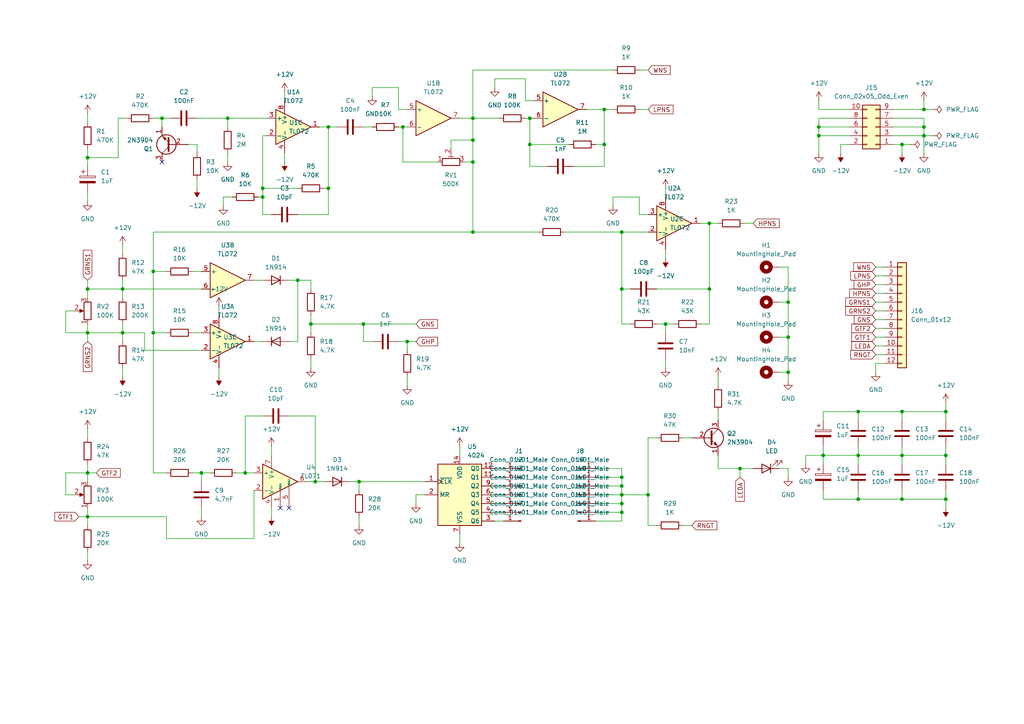
<source format=kicad_sch>
(kicad_sch (version 20230121) (generator eeschema)
  (paper "A4")
  (junction (at 66.04 34.29))
  (junction (at 35.56 96.52))
  (junction (at 180.34 140.97))
  (junction (at 105.41 93.98))
  (junction (at 95.25 54.61))
  (junction (at 44.45 78.74))
  (junction (at 267.97 36.83))
  (junction (at 205.74 83.82))
  (junction (at 180.34 148.59))
  (junction (at 261.62 144.78))
  (junction (at 267.97 31.75))
  (junction (at 25.4 83.82))
  (junction (at 25.4 137.16))
  (junction (at 228.6 107.95))
  (junction (at 175.26 31.75))
  (junction (at 228.6 97.79))
  (junction (at 274.32 119.38))
  (junction (at 248.92 144.78))
  (junction (at 180.34 143.51))
  (junction (at 137.16 34.29))
  (junction (at 71.12 137.16))
  (junction (at 267.97 39.37))
  (junction (at 248.92 119.38))
  (junction (at 104.14 139.7))
  (junction (at 193.04 93.98))
  (junction (at 137.16 67.31))
  (junction (at 46.99 34.29))
  (junction (at 248.92 132.08))
  (junction (at 180.34 146.05))
  (junction (at 76.2 57.15))
  (junction (at 228.6 87.63))
  (junction (at 153.67 34.29))
  (junction (at 175.26 41.91))
  (junction (at 238.76 132.08))
  (junction (at 35.56 83.82))
  (junction (at 274.32 132.08))
  (junction (at 76.2 54.61))
  (junction (at 180.34 67.31))
  (junction (at 118.11 99.06))
  (junction (at 261.62 132.08))
  (junction (at 25.4 96.52))
  (junction (at 153.67 41.91))
  (junction (at 205.74 64.77))
  (junction (at 237.49 39.37))
  (junction (at 187.96 143.51))
  (junction (at 261.62 41.91))
  (junction (at 274.32 144.78))
  (junction (at 95.25 36.83))
  (junction (at 237.49 36.83))
  (junction (at 214.63 135.89))
  (junction (at 25.4 149.86))
  (junction (at 25.4 45.72))
  (junction (at 137.16 40.64))
  (junction (at 261.62 119.38))
  (junction (at 116.84 36.83))
  (junction (at 90.17 93.98))
  (junction (at 58.42 137.16))
  (junction (at 180.34 138.43))
  (junction (at 137.16 46.99))
  (junction (at 86.36 81.28))
  (junction (at 44.45 96.52))
  (junction (at 91.44 139.7))
  (junction (at 180.34 83.82))
  (no_connect (at 83.82 147.32))
  (no_connect (at 46.99 46.99))
  (no_connect (at 81.28 147.32))
  (wire (pts (xy 187.96 152.4) (xy 190.5 152.4)))
  (wire (pts (xy 133.35 129.54) (xy 133.35 132.08)))
  (wire (pts (xy 193.04 104.14) (xy 193.04 106.68)))
  (wire (pts (xy 73.66 142.24) (xy 73.66 156.21)))
  (wire (pts (xy 215.9 64.77) (xy 218.44 64.77)))
  (wire (pts (xy 237.49 39.37) (xy 237.49 44.45)))
  (wire (pts (xy 82.55 44.45) (xy 82.55 46.99)))
  (wire (pts (xy 104.14 142.24) (xy 104.14 139.7)))
  (wire (pts (xy 185.42 31.75) (xy 187.96 31.75)))
  (wire (pts (xy 153.67 41.91) (xy 165.1 41.91)))
  (wire (pts (xy 172.72 41.91) (xy 175.26 41.91)))
  (wire (pts (xy 137.16 34.29) (xy 133.35 34.29)))
  (wire (pts (xy 274.32 132.08) (xy 274.32 134.62)))
  (wire (pts (xy 134.62 46.99) (xy 137.16 46.99)))
  (wire (pts (xy 254 87.63) (xy 256.54 87.63)))
  (wire (pts (xy 153.67 34.29) (xy 154.94 34.29)))
  (wire (pts (xy 274.32 142.24) (xy 274.32 144.78)))
  (wire (pts (xy 143.51 151.13) (xy 146.05 151.13)))
  (wire (pts (xy 203.2 93.98) (xy 205.74 93.98)))
  (wire (pts (xy 25.4 43.18) (xy 25.4 45.72)))
  (wire (pts (xy 226.06 107.95) (xy 228.6 107.95)))
  (wire (pts (xy 34.29 34.29) (xy 34.29 45.72)))
  (wire (pts (xy 175.26 41.91) (xy 175.26 31.75)))
  (wire (pts (xy 58.42 101.6) (xy 41.91 101.6)))
  (wire (pts (xy 46.99 34.29) (xy 49.53 34.29)))
  (wire (pts (xy 198.12 127) (xy 200.66 127)))
  (wire (pts (xy 261.62 41.91) (xy 264.16 41.91)))
  (wire (pts (xy 208.28 109.22) (xy 208.28 111.76)))
  (wire (pts (xy 116.84 46.99) (xy 116.84 36.83)))
  (wire (pts (xy 180.34 93.98) (xy 180.34 83.82)))
  (wire (pts (xy 261.62 119.38) (xy 248.92 119.38)))
  (wire (pts (xy 254 77.47) (xy 256.54 77.47)))
  (wire (pts (xy 25.4 124.46) (xy 25.4 127)))
  (wire (pts (xy 153.67 41.91) (xy 153.67 34.29)))
  (wire (pts (xy 228.6 77.47) (xy 226.06 77.47)))
  (wire (pts (xy 274.32 119.38) (xy 274.32 121.92)))
  (wire (pts (xy 228.6 97.79) (xy 228.6 87.63)))
  (wire (pts (xy 246.38 34.29) (xy 237.49 34.29)))
  (wire (pts (xy 143.51 146.05) (xy 146.05 146.05)))
  (wire (pts (xy 86.36 62.23) (xy 95.25 62.23)))
  (wire (pts (xy 73.66 81.28) (xy 76.2 81.28)))
  (wire (pts (xy 198.12 152.4) (xy 200.66 152.4)))
  (wire (pts (xy 22.86 149.86) (xy 25.4 149.86)))
  (wire (pts (xy 95.25 62.23) (xy 95.25 54.61)))
  (wire (pts (xy 123.19 143.51) (xy 120.65 143.51)))
  (wire (pts (xy 133.35 154.94) (xy 133.35 157.48)))
  (wire (pts (xy 137.16 46.99) (xy 137.16 40.64)))
  (wire (pts (xy 254 97.79) (xy 256.54 97.79)))
  (wire (pts (xy 57.15 52.07) (xy 57.15 54.61)))
  (wire (pts (xy 25.4 45.72) (xy 34.29 45.72)))
  (wire (pts (xy 261.62 41.91) (xy 261.62 44.45)))
  (wire (pts (xy 172.72 135.89) (xy 180.34 135.89)))
  (wire (pts (xy 226.06 135.89) (xy 228.6 135.89)))
  (wire (pts (xy 67.31 57.15) (xy 64.77 57.15)))
  (wire (pts (xy 46.99 34.29) (xy 46.99 36.83)))
  (wire (pts (xy 274.32 144.78) (xy 274.32 147.32)))
  (wire (pts (xy 127 46.99) (xy 116.84 46.99)))
  (wire (pts (xy 86.36 81.28) (xy 90.17 81.28)))
  (wire (pts (xy 118.11 99.06) (xy 120.65 99.06)))
  (wire (pts (xy 226.06 97.79) (xy 228.6 97.79)))
  (wire (pts (xy 91.44 139.7) (xy 88.9 139.7)))
  (wire (pts (xy 180.34 148.59) (xy 180.34 151.13)))
  (wire (pts (xy 187.96 62.23) (xy 185.42 62.23)))
  (wire (pts (xy 104.14 139.7) (xy 101.6 139.7)))
  (wire (pts (xy 180.34 143.51) (xy 180.34 146.05)))
  (wire (pts (xy 58.42 137.16) (xy 58.42 139.7)))
  (wire (pts (xy 185.42 20.32) (xy 187.96 20.32)))
  (wire (pts (xy 63.5 88.9) (xy 63.5 91.44)))
  (wire (pts (xy 48.26 96.52) (xy 44.45 96.52)))
  (wire (pts (xy 226.06 87.63) (xy 228.6 87.63)))
  (wire (pts (xy 41.91 96.52) (xy 35.56 96.52)))
  (wire (pts (xy 76.2 120.65) (xy 71.12 120.65)))
  (wire (pts (xy 246.38 41.91) (xy 243.84 41.91)))
  (wire (pts (xy 177.8 57.15) (xy 177.8 59.69)))
  (wire (pts (xy 185.42 57.15) (xy 177.8 57.15)))
  (wire (pts (xy 76.2 54.61) (xy 86.36 54.61)))
  (wire (pts (xy 259.08 41.91) (xy 261.62 41.91)))
  (wire (pts (xy 107.95 99.06) (xy 105.41 99.06)))
  (wire (pts (xy 35.56 71.12) (xy 35.56 73.66)))
  (wire (pts (xy 90.17 83.82) (xy 90.17 81.28)))
  (wire (pts (xy 137.16 67.31) (xy 156.21 67.31)))
  (wire (pts (xy 36.83 34.29) (xy 34.29 34.29)))
  (wire (pts (xy 71.12 120.65) (xy 71.12 137.16)))
  (wire (pts (xy 71.12 137.16) (xy 73.66 137.16)))
  (wire (pts (xy 76.2 39.37) (xy 76.2 54.61)))
  (wire (pts (xy 143.51 148.59) (xy 146.05 148.59)))
  (wire (pts (xy 25.4 93.98) (xy 25.4 96.52)))
  (wire (pts (xy 175.26 48.26) (xy 175.26 41.91)))
  (wire (pts (xy 118.11 101.6) (xy 118.11 99.06)))
  (wire (pts (xy 64.77 57.15) (xy 64.77 59.69)))
  (wire (pts (xy 115.57 25.4) (xy 107.95 25.4)))
  (wire (pts (xy 243.84 41.91) (xy 243.84 44.45)))
  (wire (pts (xy 193.04 54.61) (xy 193.04 57.15)))
  (wire (pts (xy 248.92 142.24) (xy 248.92 144.78)))
  (wire (pts (xy 177.8 20.32) (xy 137.16 20.32)))
  (wire (pts (xy 143.51 22.86) (xy 143.51 25.4)))
  (wire (pts (xy 82.55 26.67) (xy 82.55 29.21)))
  (wire (pts (xy 44.45 137.16) (xy 44.45 96.52)))
  (wire (pts (xy 152.4 22.86) (xy 152.4 29.21)))
  (wire (pts (xy 208.28 119.38) (xy 208.28 121.92)))
  (wire (pts (xy 35.56 93.98) (xy 35.56 96.52)))
  (wire (pts (xy 143.51 138.43) (xy 146.05 138.43)))
  (wire (pts (xy 137.16 67.31) (xy 137.16 46.99)))
  (wire (pts (xy 137.16 34.29) (xy 144.78 34.29)))
  (wire (pts (xy 44.45 96.52) (xy 44.45 78.74)))
  (wire (pts (xy 267.97 31.75) (xy 267.97 29.21)))
  (wire (pts (xy 261.62 132.08) (xy 248.92 132.08)))
  (wire (pts (xy 254 85.09) (xy 256.54 85.09)))
  (wire (pts (xy 25.4 147.32) (xy 25.4 149.86)))
  (wire (pts (xy 105.41 99.06) (xy 105.41 93.98)))
  (wire (pts (xy 118.11 31.75) (xy 115.57 31.75)))
  (wire (pts (xy 48.26 78.74) (xy 44.45 78.74)))
  (wire (pts (xy 237.49 36.83) (xy 237.49 39.37)))
  (wire (pts (xy 90.17 93.98) (xy 90.17 96.52)))
  (wire (pts (xy 180.34 138.43) (xy 180.34 140.97)))
  (wire (pts (xy 35.56 83.82) (xy 35.56 86.36)))
  (wire (pts (xy 130.81 40.64) (xy 137.16 40.64)))
  (wire (pts (xy 237.49 36.83) (xy 246.38 36.83)))
  (wire (pts (xy 237.49 31.75) (xy 237.49 29.21)))
  (wire (pts (xy 66.04 44.45) (xy 66.04 46.99)))
  (wire (pts (xy 95.25 36.83) (xy 92.71 36.83)))
  (wire (pts (xy 76.2 54.61) (xy 76.2 57.15)))
  (wire (pts (xy 187.96 127) (xy 187.96 143.51)))
  (wire (pts (xy 57.15 44.45) (xy 57.15 41.91)))
  (wire (pts (xy 95.25 36.83) (xy 97.79 36.83)))
  (wire (pts (xy 172.72 138.43) (xy 180.34 138.43)))
  (wire (pts (xy 238.76 119.38) (xy 238.76 121.92)))
  (wire (pts (xy 104.14 149.86) (xy 104.14 152.4)))
  (wire (pts (xy 254 100.33) (xy 256.54 100.33)))
  (wire (pts (xy 274.32 119.38) (xy 261.62 119.38)))
  (wire (pts (xy 143.51 140.97) (xy 146.05 140.97)))
  (wire (pts (xy 25.4 86.36) (xy 25.4 83.82)))
  (wire (pts (xy 91.44 120.65) (xy 91.44 139.7)))
  (wire (pts (xy 115.57 36.83) (xy 116.84 36.83)))
  (wire (pts (xy 233.68 134.62) (xy 233.68 132.08)))
  (wire (pts (xy 73.66 156.21) (xy 48.26 156.21)))
  (wire (pts (xy 76.2 62.23) (xy 76.2 57.15)))
  (wire (pts (xy 205.74 64.77) (xy 205.74 83.82)))
  (wire (pts (xy 86.36 81.28) (xy 83.82 81.28)))
  (wire (pts (xy 115.57 31.75) (xy 115.57 25.4)))
  (wire (pts (xy 180.34 83.82) (xy 180.34 67.31)))
  (wire (pts (xy 48.26 137.16) (xy 44.45 137.16)))
  (wire (pts (xy 35.56 81.28) (xy 35.56 83.82)))
  (wire (pts (xy 259.08 36.83) (xy 267.97 36.83)))
  (wire (pts (xy 175.26 31.75) (xy 177.8 31.75)))
  (wire (pts (xy 261.62 129.54) (xy 261.62 132.08)))
  (wire (pts (xy 58.42 137.16) (xy 60.96 137.16)))
  (wire (pts (xy 172.72 146.05) (xy 180.34 146.05)))
  (wire (pts (xy 267.97 39.37) (xy 267.97 44.45)))
  (wire (pts (xy 25.4 55.88) (xy 25.4 58.42)))
  (wire (pts (xy 25.4 81.28) (xy 25.4 83.82)))
  (wire (pts (xy 68.58 137.16) (xy 71.12 137.16)))
  (wire (pts (xy 267.97 39.37) (xy 270.51 39.37)))
  (wire (pts (xy 261.62 142.24) (xy 261.62 144.78)))
  (wire (pts (xy 259.08 34.29) (xy 267.97 34.29)))
  (wire (pts (xy 254 80.01) (xy 256.54 80.01)))
  (wire (pts (xy 187.96 143.51) (xy 187.96 152.4)))
  (wire (pts (xy 93.98 54.61) (xy 95.25 54.61)))
  (wire (pts (xy 76.2 57.15) (xy 74.93 57.15)))
  (wire (pts (xy 228.6 87.63) (xy 228.6 77.47)))
  (wire (pts (xy 185.42 62.23) (xy 185.42 57.15)))
  (wire (pts (xy 259.08 39.37) (xy 267.97 39.37)))
  (wire (pts (xy 83.82 120.65) (xy 91.44 120.65)))
  (wire (pts (xy 254 95.25) (xy 256.54 95.25)))
  (wire (pts (xy 180.34 151.13) (xy 172.72 151.13)))
  (wire (pts (xy 25.4 134.62) (xy 25.4 137.16)))
  (wire (pts (xy 172.72 148.59) (xy 180.34 148.59)))
  (wire (pts (xy 137.16 40.64) (xy 137.16 34.29)))
  (wire (pts (xy 248.92 144.78) (xy 261.62 144.78)))
  (wire (pts (xy 180.34 135.89) (xy 180.34 138.43)))
  (wire (pts (xy 25.4 96.52) (xy 35.56 96.52)))
  (wire (pts (xy 78.74 129.54) (xy 78.74 132.08)))
  (wire (pts (xy 118.11 109.22) (xy 118.11 111.76)))
  (wire (pts (xy 256.54 105.41) (xy 254 105.41)))
  (wire (pts (xy 267.97 36.83) (xy 267.97 39.37)))
  (wire (pts (xy 25.4 160.02) (xy 25.4 162.56)))
  (wire (pts (xy 19.05 96.52) (xy 25.4 96.52)))
  (wire (pts (xy 254 105.41) (xy 254 107.95)))
  (wire (pts (xy 180.34 146.05) (xy 180.34 148.59)))
  (wire (pts (xy 238.76 129.54) (xy 238.76 132.08)))
  (wire (pts (xy 78.74 62.23) (xy 76.2 62.23)))
  (wire (pts (xy 25.4 33.02) (xy 25.4 35.56)))
  (wire (pts (xy 48.26 156.21) (xy 48.26 149.86)))
  (wire (pts (xy 152.4 34.29) (xy 153.67 34.29)))
  (wire (pts (xy 193.04 93.98) (xy 193.04 96.52)))
  (wire (pts (xy 163.83 67.31) (xy 180.34 67.31)))
  (wire (pts (xy 238.76 142.24) (xy 238.76 144.78)))
  (wire (pts (xy 77.47 39.37) (xy 76.2 39.37)))
  (wire (pts (xy 267.97 34.29) (xy 267.97 36.83)))
  (wire (pts (xy 105.41 36.83) (xy 107.95 36.83)))
  (wire (pts (xy 115.57 99.06) (xy 118.11 99.06)))
  (wire (pts (xy 21.59 90.17) (xy 19.05 90.17)))
  (wire (pts (xy 63.5 106.68) (xy 63.5 109.22)))
  (wire (pts (xy 19.05 143.51) (xy 19.05 137.16)))
  (wire (pts (xy 205.74 64.77) (xy 208.28 64.77)))
  (wire (pts (xy 55.88 96.52) (xy 58.42 96.52)))
  (wire (pts (xy 237.49 39.37) (xy 246.38 39.37)))
  (wire (pts (xy 90.17 93.98) (xy 105.41 93.98)))
  (wire (pts (xy 214.63 135.89) (xy 214.63 138.43)))
  (wire (pts (xy 205.74 83.82) (xy 205.74 93.98)))
  (wire (pts (xy 228.6 135.89) (xy 228.6 138.43)))
  (wire (pts (xy 73.66 99.06) (xy 76.2 99.06)))
  (wire (pts (xy 261.62 132.08) (xy 261.62 134.62)))
  (wire (pts (xy 254 82.55) (xy 256.54 82.55)))
  (wire (pts (xy 95.25 54.61) (xy 95.25 36.83)))
  (wire (pts (xy 44.45 67.31) (xy 137.16 67.31)))
  (wire (pts (xy 86.36 99.06) (xy 86.36 81.28)))
  (wire (pts (xy 182.88 93.98) (xy 180.34 93.98)))
  (wire (pts (xy 90.17 91.44) (xy 90.17 93.98)))
  (wire (pts (xy 90.17 104.14) (xy 90.17 106.68)))
  (wire (pts (xy 237.49 34.29) (xy 237.49 36.83)))
  (wire (pts (xy 190.5 127) (xy 187.96 127)))
  (wire (pts (xy 153.67 48.26) (xy 153.67 41.91)))
  (wire (pts (xy 48.26 149.86) (xy 25.4 149.86)))
  (wire (pts (xy 267.97 31.75) (xy 270.51 31.75)))
  (wire (pts (xy 172.72 140.97) (xy 180.34 140.97)))
  (wire (pts (xy 254 90.17) (xy 256.54 90.17)))
  (wire (pts (xy 66.04 34.29) (xy 66.04 36.83)))
  (wire (pts (xy 180.34 83.82) (xy 182.88 83.82)))
  (wire (pts (xy 55.88 78.74) (xy 58.42 78.74)))
  (wire (pts (xy 21.59 143.51) (xy 19.05 143.51)))
  (wire (pts (xy 238.76 132.08) (xy 238.76 134.62)))
  (wire (pts (xy 261.62 144.78) (xy 274.32 144.78)))
  (wire (pts (xy 190.5 93.98) (xy 193.04 93.98)))
  (wire (pts (xy 203.2 64.77) (xy 205.74 64.77)))
  (wire (pts (xy 254 102.87) (xy 256.54 102.87)))
  (wire (pts (xy 208.28 135.89) (xy 208.28 132.08)))
  (wire (pts (xy 158.75 48.26) (xy 153.67 48.26)))
  (wire (pts (xy 248.92 129.54) (xy 248.92 132.08)))
  (wire (pts (xy 233.68 132.08) (xy 238.76 132.08)))
  (wire (pts (xy 228.6 107.95) (xy 228.6 97.79)))
  (wire (pts (xy 238.76 144.78) (xy 248.92 144.78)))
  (wire (pts (xy 246.38 31.75) (xy 237.49 31.75)))
  (wire (pts (xy 248.92 119.38) (xy 248.92 121.92)))
  (wire (pts (xy 152.4 22.86) (xy 143.51 22.86)))
  (wire (pts (xy 193.04 93.98) (xy 195.58 93.98)))
  (wire (pts (xy 274.32 129.54) (xy 274.32 132.08)))
  (wire (pts (xy 91.44 139.7) (xy 93.98 139.7)))
  (wire (pts (xy 248.92 132.08) (xy 238.76 132.08)))
  (wire (pts (xy 218.44 135.89) (xy 214.63 135.89)))
  (wire (pts (xy 143.51 135.89) (xy 146.05 135.89)))
  (wire (pts (xy 193.04 72.39) (xy 193.04 74.93)))
  (wire (pts (xy 116.84 36.83) (xy 118.11 36.83)))
  (wire (pts (xy 175.26 31.75) (xy 170.18 31.75)))
  (wire (pts (xy 137.16 20.32) (xy 137.16 34.29)))
  (wire (pts (xy 172.72 143.51) (xy 180.34 143.51)))
  (wire (pts (xy 57.15 41.91) (xy 54.61 41.91)))
  (wire (pts (xy 25.4 83.82) (xy 35.56 83.82)))
  (wire (pts (xy 259.08 31.75) (xy 267.97 31.75)))
  (wire (pts (xy 25.4 149.86) (xy 25.4 152.4)))
  (wire (pts (xy 180.34 143.51) (xy 187.96 143.51)))
  (wire (pts (xy 180.34 67.31) (xy 187.96 67.31)))
  (wire (pts (xy 120.65 143.51) (xy 120.65 146.05)))
  (wire (pts (xy 41.91 101.6) (xy 41.91 96.52)))
  (wire (pts (xy 214.63 135.89) (xy 208.28 135.89)))
  (wire (pts (xy 228.6 110.49) (xy 228.6 107.95)))
  (wire (pts (xy 66.04 34.29) (xy 77.47 34.29)))
  (wire (pts (xy 35.56 83.82) (xy 58.42 83.82)))
  (wire (pts (xy 166.37 48.26) (xy 175.26 48.26)))
  (wire (pts (xy 19.05 137.16) (xy 25.4 137.16)))
  (wire (pts (xy 248.92 132.08) (xy 248.92 134.62)))
  (wire (pts (xy 180.34 140.97) (xy 180.34 143.51)))
  (wire (pts (xy 25.4 137.16) (xy 25.4 139.7)))
  (wire (pts (xy 25.4 45.72) (xy 25.4 48.26)))
  (wire (pts (xy 274.32 132.08) (xy 261.62 132.08)))
  (wire (pts (xy 130.81 43.18) (xy 130.81 40.64)))
  (wire (pts (xy 55.88 137.16) (xy 58.42 137.16)))
  (wire (pts (xy 78.74 147.32) (xy 78.74 149.86)))
  (wire (pts (xy 83.82 99.06) (xy 86.36 99.06)))
  (wire (pts (xy 274.32 116.84) (xy 274.32 119.38)))
  (wire (pts (xy 19.05 90.17) (xy 19.05 96.52)))
  (wire (pts (xy 35.56 106.68) (xy 35.56 109.22)))
  (wire (pts (xy 25.4 96.52) (xy 25.4 99.06)))
  (wire (pts (xy 254 92.71) (xy 256.54 92.71)))
  (wire (pts (xy 143.51 143.51) (xy 146.05 143.51)))
  (wire (pts (xy 58.42 147.32) (xy 58.42 149.86)))
  (wire (pts (xy 154.94 29.21) (xy 152.4 29.21)))
  (wire (pts (xy 105.41 93.98) (xy 120.65 93.98)))
  (wire (pts (xy 35.56 96.52) (xy 35.56 99.06)))
  (wire (pts (xy 25.4 137.16) (xy 27.94 137.16)))
  (wire (pts (xy 248.92 119.38) (xy 238.76 119.38)))
  (wire (pts (xy 44.45 34.29) (xy 46.99 34.29)))
  (wire (pts (xy 57.15 34.29) (xy 66.04 34.29)))
  (wire (pts (xy 261.62 119.38) (xy 261.62 121.92)))
  (wire (pts (xy 104.14 139.7) (xy 123.19 139.7)))
  (wire (pts (xy 190.5 83.82) (xy 205.74 83.82)))
  (wire (pts (xy 44.45 78.74) (xy 44.45 67.31)))
  (wire (pts (xy 107.95 25.4) (xy 107.95 27.94)))
  (global_label "GTF2" (shape input) (at 27.94 137.16 0) (property "Intersheetrefs" "${INTERSHEET_REFS}" (effects hide)))
  (global_label "GNS" (shape input) (at 254 92.71 180) (property "Intersheetrefs" "${INTERSHEET_REFS}" (effects hide)))
  (global_label "WNS" (shape input) (at 254 77.47 180) (property "Intersheetrefs" "${INTERSHEET_REFS}" (effects hide)))
  (global_label "WNS" (shape input) (at 187.96 20.32 0) (property "Intersheetrefs" "${INTERSHEET_REFS}" (effects hide)))
  (global_label "HPNS" (shape input) (at 218.44 64.77 0) (property "Intersheetrefs" "${INTERSHEET_REFS}" (effects hide)))
  (global_label "GRNS1" (shape input) (at 25.4 81.28 90) (property "Intersheetrefs" "${INTERSHEET_REFS}" (effects hide)))
  (global_label "GHP" (shape input) (at 120.65 99.06 0) (property "Intersheetrefs" "${INTERSHEET_REFS}" (effects hide)))
  (global_label "LEDA" (shape input) (at 254 100.33 180) (property "Intersheetrefs" "${INTERSHEET_REFS}" (effects hide)))
  (global_label "GTF1" (shape input) (at 22.86 149.86 180) (property "Intersheetrefs" "${INTERSHEET_REFS}" (effects hide)))
  (global_label "GRNS1" (shape input) (at 254 87.63 180) (property "Intersheetrefs" "${INTERSHEET_REFS}" (effects hide)))
  (global_label "LPNS" (shape input) (at 187.96 31.75 0) (property "Intersheetrefs" "${INTERSHEET_REFS}" (effects hide)))
  (global_label "GRNS2" (shape input) (at 254 90.17 180) (property "Intersheetrefs" "${INTERSHEET_REFS}" (effects hide)))
  (global_label "GNS" (shape input) (at 120.65 93.98 0) (property "Intersheetrefs" "${INTERSHEET_REFS}" (effects hide)))
  (global_label "HPNS" (shape input) (at 254 85.09 180) (property "Intersheetrefs" "${INTERSHEET_REFS}" (effects hide)))
  (global_label "GHP" (shape input) (at 254 82.55 180) (property "Intersheetrefs" "${INTERSHEET_REFS}" (effects hide)))
  (global_label "LPNS" (shape input) (at 254 80.01 180) (property "Intersheetrefs" "${INTERSHEET_REFS}" (effects hide)))
  (global_label "GTF2" (shape input) (at 254 95.25 180) (property "Intersheetrefs" "${INTERSHEET_REFS}" (effects hide)))
  (global_label "LEDA" (shape input) (at 214.63 138.43 270) (property "Intersheetrefs" "${INTERSHEET_REFS}" (effects hide)))
  (global_label "RNGT" (shape input) (at 200.66 152.4 0) (property "Intersheetrefs" "${INTERSHEET_REFS}" (effects hide)))
  (global_label "GTF1" (shape input) (at 254 97.79 180) (property "Intersheetrefs" "${INTERSHEET_REFS}" (effects hide)))
  (global_label "RNGT" (shape input) (at 254 102.87 180) (property "Intersheetrefs" "${INTERSHEET_REFS}" (effects hide)))
  (global_label "GRNS2" (shape input) (at 25.4 99.06 270) (property "Intersheetrefs" "${INTERSHEET_REFS}" (effects hide)))
  (symbol (lib_id "power:+12V") (at 25.4 33.02 0) (unit 1)
    (property "Reference" "#PWR01" (effects hide))
    (property "Value" "+12V" (at 25.4 27.94 0))
  )
  (symbol (lib_id "Device:R_Potentiometer") (at 25.4 143.51 180) (unit 1) (on_board no)
    (property "Reference" "RV3" (at 27.94 142.24 0) (effects (justify right)))
    (property "Value" "100K" (at 27.94 144.78 0) (effects (justify right)))
  )
  (symbol (lib_id "Device:R") (at 66.04 40.64 0) (unit 1)
    (property "Reference" "R4" (at 68.58 39.37 0) (effects (justify left)))
    (property "Value" "2M" (at 68.58 41.91 0) (effects (justify left)))
    (property "Footprint" "Library:R_Axial_DIN0207_L6.3mm_D2.5mm_P7.62mm_Horizontal" (effects hide))
  )
  (symbol (lib_id "power:+12V") (at 78.74 129.54 0) (unit 1)
    (property "Reference" "#PWR024" (effects hide))
    (property "Value" "+12V" (at 78.74 124.46 0))
  )
  (symbol (lib_id "Diode:1N914") (at 80.01 99.06 0) (unit 1)
    (property "Reference" "D2" (at 80.01 92.71 0))
    (property "Value" "1N914" (at 80.01 95.25 0))
    (property "Footprint" "Diode_THT:D_DO-35_SOD27_P7.62mm_Horizontal" (effects hide))
    (property "Datasheet" "http://www.vishay.com/docs/85622/1n914.pdf" (effects hide))
    (property "Sim.Device" "D" (effects hide))
    (property "Sim.Pins" "1=K 2=A" (effects hide))
  )
  (symbol (lib_id "power:GND") (at 90.17 106.68 0) (unit 1)
    (property "Reference" "#PWR014" (effects hide))
    (property "Value" "GND" (at 90.17 111.76 0))
  )
  (symbol (lib_id "Device:R") (at 199.39 93.98 90) (unit 1)
    (property "Reference" "R22" (at 199.39 87.63 90))
    (property "Value" "43K" (at 199.39 90.17 90))
    (property "Footprint" "Library:R_Axial_DIN0207_L6.3mm_D2.5mm_P7.62mm_Horizontal" (effects hide))
  )
  (symbol (lib_id "power:-12V") (at 78.74 149.86 180) (unit 1)
    (property "Reference" "#PWR023" (effects hide))
    (property "Value" "-12V" (at 78.74 154.94 0))
  )
  (symbol (lib_id "Device:C") (at 186.69 83.82 270) (unit 1)
    (property "Reference" "C8" (at 186.69 76.2 90))
    (property "Value" "100pF" (at 186.69 78.74 90))
    (property "Footprint" "Capacitor_THT:C_Disc_D5.0mm_W2.5mm_P2.50mm" (effects hide))
  )
  (symbol (lib_id "Amplifier_Operational:TL072") (at 85.09 36.83 0) (unit 1)
    (property "Reference" "U1" (at 85.09 26.67 0))
    (property "Value" "TL072" (at 85.09 29.21 0))
    (property "Footprint" "Package_DIP:DIP-8_W7.62mm_Socket_LongPads" (effects hide))
    (property "Datasheet" "http://www.ti.com/lit/ds/symlink/tl071.pdf" (effects hide))
  )
  (symbol (lib_id "Amplifier_Operational:TL072") (at 66.04 99.06 0) (unit 1)
    (property "Reference" "U3" (at 66.04 88.9 0))
    (property "Value" "TL072" (at 66.04 91.44 0))
    (property "Footprint" "Package_DIP:DIP-8_W7.62mm_Socket_LongPads" (effects hide))
    (property "Datasheet" "http://www.ti.com/lit/ds/symlink/tl071.pdf" (effects hide))
  )
  (symbol (lib_id "Device:C") (at 193.04 100.33 180) (unit 1)
    (property "Reference" "C7" (at 196.85 99.06 0) (effects (justify right)))
    (property "Value" "10nF" (at 196.85 101.6 0) (effects (justify right)))
    (property "Footprint" "Capacitor_THT:C_Disc_D5.0mm_W2.5mm_P2.50mm" (effects hide))
  )
  (symbol (lib_id "Connector-github:Conn_01x01_Male") (at 167.64 146.05 0) (unit 1)
    (property "Reference" "J12" (at 168.275 140.97 0))
    (property "Value" "Conn_01x01_Male" (at 168.275 143.51 0))
    (property "Footprint" "Connector_Pin:Pin_D1.0mm_L10.0mm" (effects hide))
  )
  (symbol (lib_id "power:GND") (at 64.77 59.69 0) (unit 1)
    (property "Reference" "#PWR07" (effects hide))
    (property "Value" "GND" (at 64.77 64.77 0))
  )
  (symbol (lib_id "Device:C") (at 101.6 36.83 90) (unit 1)
    (property "Reference" "C4" (at 101.6 29.21 90))
    (property "Value" "100nF" (at 101.6 31.75 90))
    (property "Footprint" "Capacitor_THT:C_Disc_D5.0mm_W2.5mm_P2.50mm" (effects hide))
  )
  (symbol (lib_id "4xxx_IEEE:4024") (at 133.35 144.78 0) (unit 1)
    (property "Reference" "U5" (at 135.5441 129.54 0) (effects (justify left)))
    (property "Value" "4024" (at 135.5441 132.08 0) (effects (justify left)))
    (property "Footprint" "Package_DIP:DIP-14_W7.62mm_Socket_LongPads" (effects hide))
  )
  (symbol (lib_id "Device:C_Polarized") (at 238.76 138.43 0) (unit 1)
    (property "Reference" "C15" (at 242.57 136.271 0) (effects (justify left)))
    (property "Value" "1uF" (at 242.57 138.811 0) (effects (justify left)))
    (property "Footprint" "Capacitor_THT:CP_Radial_D7.5mm_P2.50mm" (effects hide))
  )
  (symbol (lib_id "Device:C") (at 111.76 99.06 90) (unit 1)
    (property "Reference" "C6" (at 111.76 91.44 90))
    (property "Value" "1nF" (at 111.76 93.98 90))
    (property "Footprint" "Capacitor_THT:C_Disc_D5.0mm_W2.5mm_P2.50mm" (effects hide))
  )
  (symbol (lib_id "Device:C") (at 162.56 48.26 90) (unit 1)
    (property "Reference" "C5" (at 162.56 40.64 90))
    (property "Value" "1nF" (at 162.56 43.18 90))
    (property "Footprint" "Capacitor_THT:C_Disc_D5.0mm_W2.5mm_P2.50mm" (effects hide))
  )
  (symbol (lib_id "Amplifier_Operational:TL071") (at 81.28 139.7 0) (unit 1)
    (property "Reference" "U4" (at 90.17 135.5091 0))
    (property "Value" "TL071" (at 90.17 138.0491 0))
    (property "Footprint" "Package_DIP:DIP-8_W7.62mm_Socket_LongPads" (effects hide))
    (property "Datasheet" "http://www.ti.com/lit/ds/symlink/tl071.pdf" (effects hide))
  )
  (symbol (lib_id "power:+12V") (at 193.04 54.61 0) (unit 1)
    (property "Reference" "#PWR016" (effects hide))
    (property "Value" "+12V" (at 193.04 49.53 0))
  )
  (symbol (lib_id "Device:C_Polarized") (at 238.76 125.73 0) (unit 1)
    (property "Reference" "C11" (at 242.57 123.571 0) (effects (justify left)))
    (property "Value" "1uF" (at 242.57 126.111 0) (effects (justify left)))
    (property "Footprint" "Capacitor_THT:CP_Radial_D7.5mm_P2.50mm" (effects hide))
  )
  (symbol (lib_id "Mechanical:MountingHole_Pad") (at 223.52 87.63 90) (unit 1)
    (property "Reference" "H2" (at 222.25 81.28 90))
    (property "Value" "MountingHole_Pad" (at 222.25 83.82 90))
    (property "Footprint" "MountingHole:MountingHole_3.2mm_M3_Pad" (effects hide))
  )
  (symbol (lib_id "Device:R") (at 25.4 39.37 0) (unit 1)
    (property "Reference" "R1" (at 27.94 38.1 0) (effects (justify left)))
    (property "Value" "470K" (at 27.94 40.64 0) (effects (justify left)))
    (property "Footprint" "Library:R_Axial_DIN0207_L6.3mm_D2.5mm_P7.62mm_Horizontal" (effects hide))
  )
  (symbol (lib_id "power:+12V") (at 25.4 124.46 0) (unit 1)
    (property "Reference" "#PWR020" (effects hide))
    (property "Value" "+12V" (at 25.4 119.38 0))
  )
  (symbol (lib_id "Device:R") (at 90.17 87.63 0) (unit 1)
    (property "Reference" "R17" (at 92.71 86.36 0) (effects (justify left)))
    (property "Value" "4.7K" (at 92.71 88.9 0) (effects (justify left)))
    (property "Footprint" "Library:R_Axial_DIN0207_L6.3mm_D2.5mm_P7.62mm_Horizontal" (effects hide))
  )
  (symbol (lib_id "Device:R") (at 181.61 20.32 90) (unit 1)
    (property "Reference" "R9" (at 181.61 13.97 90))
    (property "Value" "1K" (at 181.61 16.51 90))
    (property "Footprint" "Library:R_Axial_DIN0207_L6.3mm_D2.5mm_P7.62mm_Horizontal" (effects hide))
  )
  (symbol (lib_id "power:+12V") (at 208.28 109.22 0) (unit 1)
    (property "Reference" "#PWR029" (effects hide))
    (property "Value" "+12V" (at 208.28 104.14 0))
  )
  (symbol (lib_id "power:GND") (at 143.51 25.4 0) (unit 1)
    (property "Reference" "#PWR09" (effects hide))
    (property "Value" "GND" (at 143.51 30.48 0))
  )
  (symbol (lib_id "power:GND") (at 237.49 44.45 0) (unit 1)
    (property "Reference" "#PWR032" (effects hide))
    (property "Value" "GND" (at 237.49 49.53 0))
  )
  (symbol (lib_id "power:+12V") (at 63.5 88.9 0) (unit 1)
    (property "Reference" "#PWR013" (effects hide))
    (property "Value" "+12V" (at 63.5 83.82 0))
  )
  (symbol (lib_id "power:-12V") (at 261.62 44.45 180) (unit 1)
    (property "Reference" "#PWR034" (effects hide))
    (property "Value" "-12V" (at 261.62 49.53 0))
  )
  (symbol (lib_id "Amplifier_Operational:TL072") (at 195.58 64.77 0) (unit 1)
    (property "Reference" "U2" (at 195.58 54.61 0))
    (property "Value" "TL072" (at 195.58 57.15 0))
    (property "Footprint" "Package_DIP:DIP-8_W7.62mm_Socket_LongPads" (effects hide))
    (property "Datasheet" "http://www.ti.com/lit/ds/symlink/tl071.pdf" (effects hide))
  )
  (symbol (lib_id "power:GND") (at 107.95 27.94 0) (unit 1)
    (property "Reference" "#PWR08" (effects hide))
    (property "Value" "GND" (at 107.95 33.02 0))
  )
  (symbol (lib_id "Device:LED") (at 222.25 135.89 180) (unit 1) (on_board no)
    (property "Reference" "D4" (at 223.8375 128.27 0))
    (property "Value" "LED" (at 223.8375 130.81 0))
  )
  (symbol (lib_id "Mechanical:MountingHole_Pad") (at 223.52 107.95 90) (unit 1)
    (property "Reference" "H4" (at 222.25 101.6 90))
    (property "Value" "MountingHole_Pad" (at 222.25 104.14 90))
    (property "Footprint" "MountingHole:MountingHole_3.2mm_M3_Pad" (effects hide))
  )
  (symbol (lib_id "Device:R") (at 90.17 54.61 90) (unit 1)
    (property "Reference" "R5" (at 90.17 48.26 90))
    (property "Value" "470K" (at 90.17 50.8 90))
    (property "Footprint" "Library:R_Axial_DIN0207_L6.3mm_D2.5mm_P7.62mm_Horizontal" (effects hide))
  )
  (symbol (lib_id "power:PWR_FLAG") (at 270.51 39.37 270) (unit 1)
    (property "Reference" "#FLG02" (effects hide))
    (property "Value" "PWR_FLAG" (at 274.32 39.37 90) (effects (justify left)))
  )
  (symbol (lib_id "Connector-github:Conn_01x01_Male") (at 167.64 148.59 0) (unit 1)
    (property "Reference" "J13" (at 168.275 143.51 0))
    (property "Value" "Conn_01x01_Male" (at 168.275 146.05 0))
    (property "Footprint" "Connector_Pin:Pin_D1.0mm_L10.0mm" (effects hide))
  )
  (symbol (lib_id "power:GND") (at 58.42 149.86 0) (unit 1)
    (property "Reference" "#PWR022" (effects hide))
    (property "Value" "GND" (at 58.42 154.94 0))
  )
  (symbol (lib_id "Device:R") (at 104.14 146.05 0) (unit 1)
    (property "Reference" "R28" (at 106.68 144.78 0) (effects (justify left)))
    (property "Value" "20K" (at 106.68 147.32 0) (effects (justify left)))
    (property "Footprint" "Library:R_Axial_DIN0207_L6.3mm_D2.5mm_P7.62mm_Horizontal" (effects hide))
  )
  (symbol (lib_id "power:GND") (at 233.68 134.62 0) (unit 1)
    (property "Reference" "#PWR038" (effects hide))
    (property "Value" "GND" (at 233.68 139.7 0))
  )
  (symbol (lib_id "Device:R") (at 160.02 67.31 90) (unit 1)
    (property "Reference" "R20" (at 160.02 60.96 90))
    (property "Value" "470K" (at 160.02 63.5 90))
    (property "Footprint" "Library:R_Axial_DIN0207_L6.3mm_D2.5mm_P7.62mm_Horizontal" (effects hide))
  )
  (symbol (lib_id "Device:R") (at 25.4 130.81 0) (unit 1)
    (property "Reference" "R24" (at 27.9713 129.54 0) (effects (justify left)))
    (property "Value" "47K" (at 27.9713 132.08 0) (effects (justify left)))
    (property "Footprint" "Library:R_Axial_DIN0207_L6.3mm_D2.5mm_P7.62mm_Horizontal" (effects hide))
  )
  (symbol (lib_id "Device:R") (at 25.4 156.21 0) (unit 1)
    (property "Reference" "R25" (at 27.94 154.94 0) (effects (justify left)))
    (property "Value" "20K" (at 27.94 157.48 0) (effects (justify left)))
    (property "Footprint" "Library:R_Axial_DIN0207_L6.3mm_D2.5mm_P7.62mm_Horizontal" (effects hide))
  )
  (symbol (lib_id "power:-12V") (at 63.5 109.22 180) (unit 1)
    (property "Reference" "#PWR012" (effects hide))
    (property "Value" "-12V" (at 63.5 114.3 0))
  )
  (symbol (lib_id "power:GND") (at 133.35 157.48 0) (unit 1)
    (property "Reference" "#PWR026" (effects hide))
    (property "Value" "GND" (at 133.35 162.56 0))
  )
  (symbol (lib_id "power:-12V") (at 35.56 109.22 180) (unit 1)
    (property "Reference" "#PWR011" (effects hide))
    (property "Value" "-12V" (at 35.56 114.3 0))
  )
  (symbol (lib_id "power:+12V") (at 133.35 129.54 0) (unit 1)
    (property "Reference" "#PWR028" (effects hide))
    (property "Value" "+12V" (at 133.35 124.46 0))
  )
  (symbol (lib_id "Device:R") (at 35.56 90.17 0) (unit 1)
    (property "Reference" "R13" (at 38.1 88.9 0) (effects (justify left)))
    (property "Value" "200K" (at 38.1 91.44 0) (effects (justify left)))
    (property "Footprint" "Library:R_Axial_DIN0207_L6.3mm_D2.5mm_P7.62mm_Horizontal" (effects hide))
  )
  (symbol (lib_id "Device:C") (at 248.92 138.43 180) (unit 1)
    (property "Reference" "C16" (at 252.73 137.16 0) (effects (justify right)))
    (property "Value" "100nF" (at 252.73 139.7 0) (effects (justify right)))
    (property "Footprint" "Capacitor_THT:C_Disc_D5.0mm_W2.5mm_P2.50mm" (effects hide))
  )
  (symbol (lib_id "Device:R_Potentiometer_Trim") (at 130.81 46.99 90) (unit 1)
    (property "Reference" "RV1" (at 130.81 50.8 90))
    (property "Value" "500K" (at 130.81 53.34 90))
    (property "Footprint" "Potentiometer_THT:Potentiometer_Bourns_3266Y_Vertical" (effects hide))
  )
  (symbol (lib_id "Device:R") (at 52.07 96.52 90) (unit 1)
    (property "Reference" "R15" (at 52.07 90.17 90))
    (property "Value" "10K" (at 52.07 92.71 90))
    (property "Footprint" "Library:R_Axial_DIN0207_L6.3mm_D2.5mm_P7.62mm_Horizontal" (effects hide))
  )
  (symbol (lib_id "power:GND") (at 177.8 59.69 0) (unit 1)
    (property "Reference" "#PWR018" (effects hide))
    (property "Value" "GND" (at 177.8 64.77 0))
  )
  (symbol (lib_id "Connector-github:Conn_01x01_Male") (at 151.13 151.13 180) (unit 1)
    (property "Reference" "J7" (at 150.495 146.05 0))
    (property "Value" "Conn_01x01_Male" (at 150.495 148.59 0))
    (property "Footprint" "Connector_Pin:Pin_D1.0mm_L10.0mm" (effects hide))
  )
  (symbol (lib_id "Connector-github:Conn_01x01_Male") (at 151.13 148.59 180) (unit 1)
    (property "Reference" "J6" (at 150.495 143.51 0))
    (property "Value" "Conn_01x01_Male" (at 150.495 146.05 0))
    (property "Footprint" "Connector_Pin:Pin_D1.0mm_L10.0mm" (effects hide))
  )
  (symbol (lib_id "power:-12V") (at 57.15 54.61 180) (unit 1)
    (property "Reference" "#PWR03" (effects hide))
    (property "Value" "-12V" (at 57.15 59.69 0))
  )
  (symbol (lib_id "Device:R_Potentiometer") (at 25.4 90.17 180) (unit 1) (on_board no)
    (property "Reference" "RV2" (at 27.94 88.9 0) (effects (justify right)))
    (property "Value" "100K" (at 27.94 91.44 0) (effects (justify right)))
  )
  (symbol (lib_id "Device:R") (at 168.91 41.91 90) (unit 1)
    (property "Reference" "R11" (at 168.91 35.56 90))
    (property "Value" "1M" (at 168.91 38.1 90))
    (property "Footprint" "Library:R_Axial_DIN0207_L6.3mm_D2.5mm_P7.62mm_Horizontal" (effects hide))
  )
  (symbol (lib_id "Device:R") (at 57.15 48.26 0) (unit 1)
    (property "Reference" "R3" (at 59.69 46.99 0) (effects (justify left)))
    (property "Value" "10K" (at 59.69 49.53 0) (effects (justify left)))
    (property "Footprint" "Library:R_Axial_DIN0207_L6.3mm_D2.5mm_P7.62mm_Horizontal" (effects hide))
  )
  (symbol (lib_id "Device:R") (at 111.76 36.83 90) (unit 1)
    (property "Reference" "R7" (at 111.76 30.48 90))
    (property "Value" "10K" (at 111.76 33.02 90))
    (property "Footprint" "Library:R_Axial_DIN0207_L6.3mm_D2.5mm_P7.62mm_Horizontal" (effects hide))
  )
  (symbol (lib_id "Connector-github:Conn_01x01_Male") (at 151.13 140.97 180) (unit 1)
    (property "Reference" "J3" (at 150.495 135.89 0))
    (property "Value" "Conn_01x01_Male" (at 150.495 138.43 0))
    (property "Footprint" "Connector_Pin:Pin_D1.0mm_L10.0mm" (effects hide))
  )
  (symbol (lib_id "Device:R") (at 186.69 93.98 90) (unit 1)
    (property "Reference" "R21" (at 186.69 87.63 90))
    (property "Value" "43K" (at 186.69 90.17 90))
    (property "Footprint" "Library:R_Axial_DIN0207_L6.3mm_D2.5mm_P7.62mm_Horizontal" (effects hide))
  )
  (symbol (lib_id "Diode:1N914") (at 80.01 81.28 180) (unit 1)
    (property "Reference" "D1" (at 80.01 74.93 0))
    (property "Value" "1N914" (at 80.01 77.47 0))
    (property "Footprint" "Diode_THT:D_DO-35_SOD27_P7.62mm_Horizontal" (effects hide))
    (property "Datasheet" "http://www.vishay.com/docs/85622/1n914.pdf" (effects hide))
    (property "Sim.Device" "D" (effects hide))
    (property "Sim.Pins" "1=K 2=A" (effects hide))
  )
  (symbol (lib_id "Amplifier_Operational:TL072") (at 195.58 64.77 0) (unit 3)
    (property "Reference" "U2" (at 194.31 63.5 0) (effects (justify left)))
    (property "Value" "TL072" (at 194.31 66.04 0) (effects (justify left)))
    (property "Footprint" "Package_DIP:DIP-8_W7.62mm_Socket_LongPads" (effects hide))
    (property "Datasheet" "http://www.ti.com/lit/ds/symlink/tl071.pdf" (effects hide))
  )
  (symbol (lib_id "Device:C") (at 80.01 120.65 270) (unit 1)
    (property "Reference" "C10" (at 80.01 113.03 90))
    (property "Value" "10pF" (at 80.01 115.57 90))
    (property "Footprint" "Capacitor_THT:C_Disc_D5.0mm_W2.5mm_P2.50mm" (effects hide))
  )
  (symbol (lib_id "Connector_Generic:Conn_01x12") (at 261.62 90.17 0) (unit 1)
    (property "Reference" "J16" (at 264.16 90.17 0) (effects (justify left)))
    (property "Value" "Conn_01x12" (at 264.16 92.71 0) (effects (justify left)))
    (property "Footprint" "Connector_PinHeader_2.54mm:PinHeader_1x12_P2.54mm_Vertical" (effects hide))
  )
  (symbol (lib_id "power:PWR_FLAG") (at 264.16 41.91 270) (unit 1)
    (property "Reference" "#FLG03" (effects hide))
    (property "Value" "PWR_FLAG" (at 267.97 41.91 90) (effects (justify left)))
  )
  (symbol (lib_id "power:+12V") (at 35.56 71.12 0) (unit 1)
    (property "Reference" "#PWR010" (effects hide))
    (property "Value" "+12V" (at 35.56 66.04 0))
  )
  (symbol (lib_id "Device:C") (at 58.42 143.51 180) (unit 1)
    (property "Reference" "C9" (at 62.23 142.24 0) (effects (justify right)))
    (property "Value" "4.7nF" (at 62.23 144.78 0) (effects (justify right)))
    (property "Footprint" "Capacitor_THT:C_Disc_D5.0mm_W2.5mm_P2.50mm" (effects hide))
  )
  (symbol (lib_id "power:+12V") (at 82.55 26.67 0) (unit 1)
    (property "Reference" "#PWR05" (effects hide))
    (property "Value" "+12V" (at 82.55 21.59 0))
  )
  (symbol (lib_id "Connector-github:Conn_01x01_Male") (at 167.64 143.51 0) (unit 1)
    (property "Reference" "J11" (at 168.275 138.43 0))
    (property "Value" "Conn_01x01_Male" (at 168.275 140.97 0))
    (property "Footprint" "Connector_Pin:Pin_D1.0mm_L10.0mm" (effects hide))
  )
  (symbol (lib_id "Diode:1N914") (at 97.79 139.7 180) (unit 1)
    (property "Reference" "D3" (at 97.79 133.35 0))
    (property "Value" "1N914" (at 97.79 135.89 0))
    (property "Footprint" "Diode_THT:D_DO-35_SOD27_P7.62mm_Horizontal" (effects hide))
    (property "Datasheet" "http://www.vishay.com/docs/85622/1n914.pdf" (effects hide))
    (property "Sim.Device" "D" (effects hide))
    (property "Sim.Pins" "1=K 2=A" (effects hide))
  )
  (symbol (lib_id "power:-12V") (at 82.55 46.99 180) (unit 1)
    (property "Reference" "#PWR06" (effects hide))
    (property "Value" "-12V" (at 82.55 52.07 0))
  )
  (symbol (lib_id "Device:R") (at 90.17 100.33 0) (unit 1)
    (property "Reference" "R18" (at 92.71 99.06 0) (effects (justify left)))
    (property "Value" "4.7K" (at 92.71 101.6 0) (effects (justify left)))
    (property "Footprint" "Library:R_Axial_DIN0207_L6.3mm_D2.5mm_P7.62mm_Horizontal" (effects hide))
  )
  (symbol (lib_id "Device:R") (at 35.56 102.87 0) (unit 1)
    (property "Reference" "R14" (at 38.1313 101.6 0) (effects (justify left)))
    (property "Value" "47K" (at 38.1313 104.14 0) (effects (justify left)))
    (property "Footprint" "Library:R_Axial_DIN0207_L6.3mm_D2.5mm_P7.62mm_Horizontal" (effects hide))
  )
  (symbol (lib_id "Amplifier_Operational:TL072") (at 66.04 99.06 0) (unit 3)
    (property "Reference" "U3" (at 64.77 97.79 0) (effects (justify left)))
    (property "Value" "TL072" (at 64.77 100.33 0) (effects (justify left)))
    (property "Footprint" "Package_DIP:DIP-8_W7.62mm_Socket_LongPads" (effects hide))
    (property "Datasheet" "http://www.ti.com/lit/ds/symlink/tl071.pdf" (effects hide))
  )
  (symbol (lib_id "power:+12V") (at 274.32 116.84 0) (unit 1)
    (property "Reference" "#PWR039" (effects hide))
    (property "Value" "+12V" (at 274.32 111.76 0))
  )
  (symbol (lib_id "Mechanical:MountingHole_Pad") (at 223.52 77.47 90) (unit 1)
    (property "Reference" "H1" (at 222.25 71.12 90))
    (property "Value" "MountingHole_Pad" (at 222.25 73.66 90))
    (property "Footprint" "MountingHole:MountingHole_3.2mm_M3_Pad" (effects hide))
  )
  (symbol (lib_id "Device:R") (at 40.64 34.29 90) (unit 1)
    (property "Reference" "R2" (at 40.64 27.94 90))
    (property "Value" "470K" (at 40.64 30.48 90))
    (property "Footprint" "Library:R_Axial_DIN0207_L6.3mm_D2.5mm_P7.62mm_Horizontal" (effects hide))
  )
  (symbol (lib_id "Device:R") (at 148.59 34.29 90) (unit 1)
    (property "Reference" "R8" (at 148.59 27.94 90))
    (property "Value" "100K" (at 148.59 30.48 90))
    (property "Footprint" "Library:R_Axial_DIN0207_L6.3mm_D2.5mm_P7.62mm_Horizontal" (effects hide))
  )
  (symbol (lib_id "Device:C") (at 248.92 125.73 180) (unit 1)
    (property "Reference" "C12" (at 252.73 124.46 0) (effects (justify right)))
    (property "Value" "100nF" (at 252.73 127 0) (effects (justify right)))
    (property "Footprint" "Capacitor_THT:C_Disc_D5.0mm_W2.5mm_P2.50mm" (effects hide))
  )
  (symbol (lib_id "Device:C") (at 53.34 34.29 90) (unit 1)
    (property "Reference" "C2" (at 53.34 26.67 90))
    (property "Value" "100nF" (at 53.34 29.21 90))
    (property "Footprint" "Capacitor_THT:C_Disc_D5.0mm_W2.5mm_P2.50mm" (effects hide))
  )
  (symbol (lib_id "Device:C") (at 261.62 138.43 180) (unit 1)
    (property "Reference" "C17" (at 265.43 137.16 0) (effects (justify right)))
    (property "Value" "100nF" (at 265.43 139.7 0) (effects (justify right)))
    (property "Footprint" "Capacitor_THT:C_Disc_D5.0mm_W2.5mm_P2.50mm" (effects hide))
  )
  (symbol (lib_id "Connector-github:Conn_01x01_Male") (at 151.13 135.89 180) (unit 1)
    (property "Reference" "J1" (at 150.495 130.81 0))
    (property "Value" "Conn_01x01_Male" (at 150.495 133.35 0))
    (property "Footprint" "Connector_Pin:Pin_D1.0mm_L10.0mm" (effects hide))
  )
  (symbol (lib_id "power:PWR_FLAG") (at 270.51 31.75 270) (unit 1)
    (property "Reference" "#FLG01" (effects hide))
    (property "Value" "PWR_FLAG" (at 274.32 31.75 90) (effects (justify left)))
  )
  (symbol (lib_id "power:GND") (at 228.6 138.43 0) (unit 1)
    (property "Reference" "#PWR030" (effects hide))
    (property "Value" "GND" (at 228.6 143.51 0))
  )
  (symbol (lib_id "Connector-github:Conn_01x01_Male") (at 167.64 135.89 0) (unit 1)
    (property "Reference" "J8" (at 168.275 130.81 0))
    (property "Value" "Conn_01x01_Male" (at 168.275 133.35 0))
    (property "Footprint" "Connector_Pin:Pin_D1.0mm_L10.0mm" (effects hide))
  )
  (symbol (lib_id "Connector-github:Conn_01x01_Male") (at 167.64 151.13 0) (unit 1)
    (property "Reference" "J14" (at 168.275 146.05 0))
    (property "Value" "Conn_01x01_Male" (at 168.275 148.59 0))
    (property "Footprint" "Connector_Pin:Pin_D1.0mm_L10.0mm" (effects hide))
  )
  (symbol (lib_id "Device:R") (at 35.56 77.47 0) (unit 1)
    (property "Reference" "R12" (at 38.1 76.2 0) (effects (justify left)))
    (property "Value" "47K" (at 38.1 78.74 0) (effects (justify left)))
    (property "Footprint" "Library:R_Axial_DIN0207_L6.3mm_D2.5mm_P7.62mm_Horizontal" (effects hide))
  )
  (symbol (lib_id "Mechanical:MountingHole_Pad") (at 223.52 97.79 90) (unit 1)
    (property "Reference" "H3" (at 222.25 91.44 90))
    (property "Value" "MountingHole_Pad" (at 222.25 93.98 90))
    (property "Footprint" "MountingHole:MountingHole_3.2mm_M3_Pad" (effects hide))
  )
  (symbol (lib_id "Device:R") (at 212.09 64.77 90) (unit 1)
    (property "Reference" "R23" (at 212.09 58.42 90))
    (property "Value" "1K" (at 212.09 60.96 90))
    (property "Footprint" "Library:R_Axial_DIN0207_L6.3mm_D2.5mm_P7.62mm_Horizontal" (effects hide))
  )
  (symbol (lib_id "Connector-github:Conn_01x01_Male") (at 151.13 143.51 180) (unit 1)
    (property "Reference" "J4" (at 150.495 138.43 0))
    (property "Value" "Conn_01x01_Male" (at 150.495 140.97 0))
    (property "Footprint" "Connector_Pin:Pin_D1.0mm_L10.0mm" (effects hide))
  )
  (symbol (lib_id "power:GND") (at 25.4 58.42 0) (unit 1)
    (property "Reference" "#PWR02" (effects hide))
    (property "Value" "GND" (at 25.4 63.5 0))
  )
  (symbol (lib_id "Device:R") (at 194.31 127 90) (unit 1)
    (property "Reference" "R30" (at 194.31 120.65 90))
    (property "Value" "47K" (at 194.31 123.19 90))
    (property "Footprint" "Library:R_Axial_DIN0207_L6.3mm_D2.5mm_P7.62mm_Horizontal" (effects hide))
  )
  (symbol (lib_id "power:GND") (at 104.14 152.4 0) (unit 1)
    (property "Reference" "#PWR025" (effects hide))
    (property "Value" "GND" (at 104.14 157.48 0))
  )
  (symbol (lib_id "Amplifier_Operational:TL072") (at 66.04 81.28 0) (unit 2)
    (property "Reference" "U3" (at 66.04 71.12 0))
    (property "Value" "TL072" (at 66.04 73.66 0))
    (property "Footprint" "Package_DIP:DIP-8_W7.62mm_Socket_LongPads" (effects hide))
    (property "Datasheet" "http://www.ti.com/lit/ds/symlink/tl071.pdf" (effects hide))
  )
  (symbol (lib_id "power:GND") (at 228.6 110.49 0) (unit 1)
    (property "Reference" "#PWR041" (effects hide))
    (property "Value" "GND" (at 228.6 115.57 0))
  )
  (symbol (lib_id "Device:R") (at 118.11 105.41 0) (unit 1)
    (property "Reference" "R19" (at 120.65 104.14 0) (effects (justify left)))
    (property "Value" "4.7K" (at 120.65 106.68 0) (effects (justify left)))
    (property "Footprint" "Library:R_Axial_DIN0207_L6.3mm_D2.5mm_P7.62mm_Horizontal" (effects hide))
  )
  (symbol (lib_id "power:-12V") (at 243.84 44.45 180) (unit 1)
    (property "Reference" "#PWR033" (effects hide))
    (property "Value" "-12V" (at 243.84 49.53 0))
  )
  (symbol (lib_id "Device:R") (at 71.12 57.15 90) (unit 1)
    (property "Reference" "R6" (at 71.12 50.8 90))
    (property "Value" "10K" (at 71.12 53.34 90))
    (property "Footprint" "Library:R_Axial_DIN0207_L6.3mm_D2.5mm_P7.62mm_Horizontal" (effects hide))
  )
  (symbol (lib_id "Device:C") (at 82.55 62.23 90) (unit 1)
    (property "Reference" "C3" (at 82.55 54.61 90))
    (property "Value" "10pF" (at 82.55 57.15 90))
    (property "Footprint" "Capacitor_THT:C_Disc_D5.0mm_W2.5mm_P2.50mm" (effects hide))
  )
  (symbol (lib_id "Connector-github:Conn_01x01_Male") (at 167.64 140.97 0) (unit 1)
    (property "Reference" "J10" (at 168.275 135.89 0))
    (property "Value" "Conn_01x01_Male" (at 168.275 138.43 0))
    (property "Footprint" "Connector_Pin:Pin_D1.0mm_L10.0mm" (effects hide))
  )
  (symbol (lib_id "Connector-github:Conn_01x01_Male") (at 151.13 138.43 180) (unit 1)
    (property "Reference" "J2" (at 150.495 133.35 0))
    (property "Value" "Conn_01x01_Male" (at 150.495 135.89 0))
    (property "Footprint" "Connector_Pin:Pin_D1.0mm_L10.0mm" (effects hide))
  )
  (symbol (lib_id "Amplifier_Operational:TL072") (at 85.09 36.83 0) (unit 3)
    (property "Reference" "U1" (at 83.82 35.56 0) (effects (justify left)))
    (property "Value" "TL072" (at 83.82 38.1 0) (effects (justify left)))
    (property "Footprint" "Package_DIP:DIP-8_W7.62mm_Socket_LongPads" (effects hide))
    (property "Datasheet" "http://www.ti.com/lit/ds/symlink/tl071.pdf" (effects hide))
  )
  (symbol (lib_id "Device:R") (at 52.07 137.16 90) (unit 1)
    (property "Reference" "R26" (at 52.07 130.81 90))
    (property "Value" "20K" (at 52.07 133.35 90))
    (property "Footprint" "Library:R_Axial_DIN0207_L6.3mm_D2.5mm_P7.62mm_Horizontal" (effects hide))
  )
  (symbol (lib_id "power:GND") (at 25.4 162.56 0) (unit 1)
    (property "Reference" "#PWR021" (effects hide))
    (property "Value" "GND" (at 25.4 167.64 0))
  )
  (symbol (lib_id "power:GND") (at 193.04 106.68 0) (unit 1)
    (property "Reference" "#PWR019" (effects hide))
    (property "Value" "GND" (at 193.04 111.76 0))
  )
  (symbol (lib_id "Device:R") (at 194.31 152.4 90) (unit 1)
    (property "Reference" "R29" (at 194.31 146.05 90))
    (property "Value" "1K" (at 194.31 148.59 90))
    (property "Footprint" "Library:R_Axial_DIN0207_L6.3mm_D2.5mm_P7.62mm_Horizontal" (effects hide))
  )
  (symbol (lib_id "power:GND") (at 120.65 146.05 0) (unit 1)
    (property "Reference" "#PWR027" (effects hide))
    (property "Value" "GND" (at 120.65 151.13 0))
  )
  (symbol (lib_id "Transistor_BJT:2N3904") (at 205.74 127 0) (unit 1)
    (property "Reference" "Q2" (at 210.82 125.73 0) (effects (justify left)))
    (property "Value" "2N3904" (at 210.82 128.27 0) (effects (justify left)))
    (property "Footprint" "Package_TO_SOT_THT:TO-92_HandSolder" (effects hide))
    (property "Datasheet" "https://www.onsemi.com/pub/Collateral/2N3903-D.PDF" (effects hide))
  )
  (symbol (lib_id "power:GND") (at 254 107.95 0) (unit 1)
    (property "Reference" "#PWR037" (effects hide))
    (property "Value" "GND" (at 254 113.03 0))
  )
  (symbol (lib_id "Device:R") (at 52.07 78.74 90) (unit 1)
    (property "Reference" "R16" (at 52.07 72.39 90))
    (property "Value" "10K" (at 52.07 74.93 90))
    (property "Footprint" "Library:R_Axial_DIN0207_L6.3mm_D2.5mm_P7.62mm_Horizontal" (effects hide))
  )
  (symbol (lib_id "Device:C_Polarized") (at 25.4 52.07 0) (unit 1)
    (property "Reference" "C1" (at 29.21 49.911 0) (effects (justify left)))
    (property "Value" "1uF" (at 29.21 52.451 0) (effects (justify left)))
    (property "Footprint" "Capacitor_THT:CP_Radial_D5.0mm_P2.50mm" (effects hide))
  )
  (symbol (lib_id "Device:C") (at 261.62 125.73 180) (unit 1)
    (property "Reference" "C13" (at 265.43 124.46 0) (effects (justify right)))
    (property "Value" "100nF" (at 265.43 127 0) (effects (justify right)))
    (property "Footprint" "Capacitor_THT:C_Disc_D5.0mm_W2.5mm_P2.50mm" (effects hide))
  )
  (symbol (lib_id "Amplifier_Operational:TL072") (at 125.73 34.29 0) (unit 2)
    (property "Reference" "U1" (at 125.73 24.13 0))
    (property "Value" "TL072" (at 125.73 26.67 0))
    (property "Footprint" "Package_DIP:DIP-8_W7.62mm_Socket_LongPads" (effects hide))
    (property "Datasheet" "http://www.ti.com/lit/ds/symlink/tl071.pdf" (effects hide))
  )
  (symbol (lib_id "Device:R") (at 64.77 137.16 90) (unit 1)
    (property "Reference" "R27" (at 64.77 130.81 90))
    (property "Value" "20K" (at 64.77 133.35 90))
    (property "Footprint" "Library:R_Axial_DIN0207_L6.3mm_D2.5mm_P7.62mm_Horizontal" (effects hide))
  )
  (symbol (lib_id "power:GND") (at 118.11 111.76 0) (unit 1)
    (property "Reference" "#PWR015" (effects hide))
    (property "Value" "GND" (at 118.11 116.84 0))
  )
  (symbol (lib_id "Device:R") (at 181.61 31.75 90) (unit 1)
    (property "Reference" "R10" (at 181.61 25.4 90))
    (property "Value" "1K" (at 181.61 27.94 90))
    (property "Footprint" "Library:R_Axial_DIN0207_L6.3mm_D2.5mm_P7.62mm_Horizontal" (effects hide))
  )
  (symbol (lib_id "power:GND") (at 66.04 46.99 0) (unit 1)
    (property "Reference" "#PWR04" (effects hide))
    (property "Value" "GND" (at 66.04 52.07 0))
  )
  (symbol (lib_id "power:-12V") (at 274.32 147.32 180) (unit 1)
    (property "Reference" "#PWR040" (effects hide))
    (property "Value" "-12V" (at 274.32 152.4 0))
  )
  (symbol (lib_id "Device:C") (at 274.32 138.43 180) (unit 1)
    (property "Reference" "C18" (at 278.13 137.16 0) (effects (justify right)))
    (property "Value" "100nF" (at 278.13 139.7 0) (effects (justify right)))
    (property "Footprint" "Capacitor_THT:C_Disc_D5.0mm_W2.5mm_P2.50mm" (effects hide))
  )
  (symbol (lib_id "power:+12V") (at 237.49 29.21 0) (unit 1)
    (property "Reference" "#PWR031" (effects hide))
    (property "Value" "+12V" (at 237.49 24.13 0))
  )
  (symbol (lib_id "Connector-github:Conn_01x01_Male") (at 167.64 138.43 0) (unit 1)
    (property "Reference" "J9" (at 168.275 133.35 0))
    (property "Value" "Conn_01x01_Male" (at 168.275 135.89 0))
    (property "Footprint" "Connector_Pin:Pin_D1.0mm_L10.0mm" (effects hide))
  )
  (symbol (lib_id "power:+12V") (at 267.97 29.21 0) (unit 1)
    (property "Reference" "#PWR035" (effects hide))
    (property "Value" "+12V" (at 267.97 24.13 0))
  )
  (symbol (lib_id "power:-12V") (at 193.04 74.93 180) (unit 1)
    (property "Reference" "#PWR017" (effects hide))
    (property "Value" "-12V" (at 193.04 80.01 0))
  )
  (symbol (lib_id "Amplifier_Operational:TL072") (at 162.56 31.75 0) (unit 2)
    (property "Reference" "U2" (at 162.56 21.59 0))
    (property "Value" "TL072" (at 162.56 24.13 0))
    (property "Footprint" "Package_DIP:DIP-8_W7.62mm_Socket_LongPads" (effects hide))
    (property "Datasheet" "http://www.ti.com/lit/ds/symlink/tl071.pdf" (effects hide))
  )
  (symbol (lib_id "Connector_Generic:Conn_02x05_Odd_Even") (at 254 36.83 180) (unit 1)
    (property "Reference" "J15" (at 252.73 25.4 0))
    (property "Value" "Conn_02x05_Odd_Even" (at 252.73 27.94 0))
    (property "Footprint" "Connector_PinHeader_2.54mm:PinHeader_2x05_P2.54mm_Vertical" (effects hide))
  )
  (symbol (lib_id "Device:R") (at 208.28 115.57 0) (unit 1)
    (property "Reference" "R31" (at 210.82 114.3 0) (effects (justify left)))
    (property "Value" "4.7K" (at 210.82 116.84 0) (effects (justify left)))
    (property "Footprint" "Library:R_Axial_DIN0207_L6.3mm_D2.5mm_P7.62mm_Horizontal" (effects hide))
  )
  (symbol (lib_id "power:GND") (at 267.97 44.45 0) (unit 1)
    (property "Reference" "#PWR036" (effects hide))
    (property "Value" "GND" (at 267.97 49.53 0))
  )
  (symbol (lib_id "Device:C") (at 274.32 125.73 180) (unit 1)
    (property "Reference" "C14" (at 278.13 124.46 0) (effects (justify right)))
    (property "Value" "100nF" (at 278.13 127 0) (effects (justify right)))
    (property "Footprint" "Capacitor_THT:C_Disc_D5.0mm_W2.5mm_P2.50mm" (effects hide))
  )
  (symbol (lib_id "Transistor_BJT:2N3904") (at 49.53 41.91 180) (unit 1)
    (property "Reference" "Q1" (at 44.45 43.18 0) (effects (justify left)))
    (property "Value" "2N3904" (at 44.45 40.64 0) (effects (justify left)))
    (property "Footprint" "Package_TO_SOT_THT:TO-92_HandSolder" (effects hide))
    (property "Datasheet" "https://www.onsemi.com/pub/Collateral/2N3903-D.PDF" (effects hide))
  )
  (symbol (lib_id "Connector-github:Conn_01x01_Male") (at 151.13 146.05 180) (unit 1)
    (property "Reference" "J5" (at 150.495 140.97 0))
    (property "Value" "Conn_01x01_Male" (at 150.495 143.51 0))
    (property "Footprint" "Connector_Pin:Pin_D1.0mm_L10.0mm" (effects hide))
  )
)
</source>
